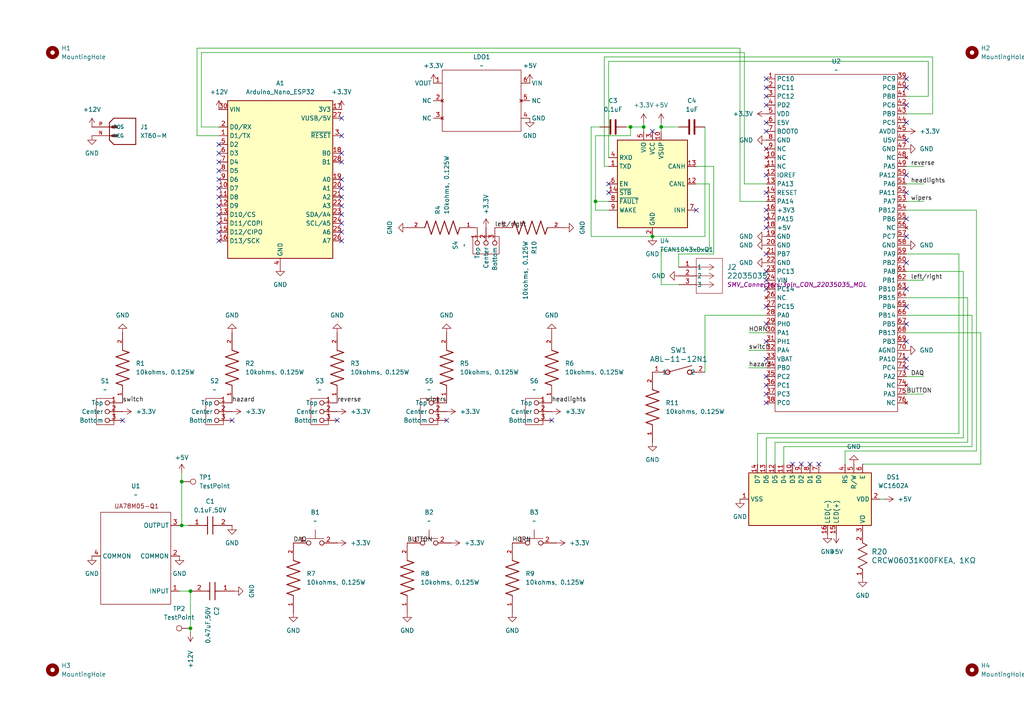
<source format=kicad_sch>
(kicad_sch (version 20250114) (generator "eeschema") (generator_version "9.0")
  (paper "A4")
  (lib_symbols
    (symbol "Connector:TestPoint" (pin_numbers (hide yes)) (pin_names (offset 0.762) (hide yes))
      (property "Reference" "TP" (at 0 6.858 0))
      (property "Value" "TestPoint" (at 0 5.08 0))
      (symbol "TestPoint_1_1"
        (pin passive line (at 0 0 90) (length 2.54) (name "1") (number "1"))
      )
    )
    (symbol "Device:C" (pin_numbers (hide yes)) (pin_names (offset 0.254))
      (property "Reference" "C" (at 0.635 2.54 0))
      (property "Value" "C" (at 0.635 -2.54 0))
      (symbol "C_1_1"
        (pin passive line (at 0 3.81 270) (length 2.794) (name "~") (number "1"))
        (pin passive line (at 0 -3.81 90) (length 2.794) (name "~") (number "2"))
      )
    )
    (symbol "Display_Character:WC1602A"
      (property "Reference" "DS" (at -5.842 19.05 0))
      (property "Value" "WC1602A" (at 5.334 19.05 0))
      (symbol "WC1602A_1_1"
        (pin input line (at -10.16 15.24 0) (length 2.54) (name "E") (number "6"))
        (pin input line (at -10.16 12.7 0) (length 2.54) (name "R/W") (number "5"))
        (pin input line (at -10.16 10.16 0) (length 2.54) (name "RS") (number "4"))
        (pin input line (at -10.16 2.54 0) (length 2.54) (name "D0") (number "7"))
        (pin input line (at -10.16 0 0) (length 2.54) (name "D1") (number "8"))
        (pin input line (at -10.16 -2.54 0) (length 2.54) (name "D2") (number "9"))
        (pin input line (at -10.16 -5.08 0) (length 2.54) (name "D3") (number "10"))
        (pin input line (at -10.16 -7.62 0) (length 2.54) (name "D4") (number "11"))
        (pin input line (at -10.16 -10.16 0) (length 2.54) (name "D5") (number "12"))
        (pin input line (at -10.16 -12.7 0) (length 2.54) (name "D6") (number "13"))
        (pin input line (at -10.16 -15.24 0) (length 2.54) (name "D7") (number "14"))
        (pin power_in line (at 0 20.32 270) (length 2.54) (name "VDD") (number "2"))
        (pin power_in line (at 0 -20.32 90) (length 2.54) (name "VSS") (number "1"))
        (pin input line (at 10.16 15.24 180) (length 2.54) (name "VO") (number "3"))
        (pin power_in line (at 10.16 7.62 180) (length 2.54) (name "LED(+)") (number "15"))
        (pin power_in line (at 10.16 5.08 180) (length 2.54) (name "LED(-)") (number "16"))
      )
    )
    (symbol "Interface_CAN_LIN:TCAN1043xDxQ1"
      (property "Reference" "U" (at -10.16 13.97 0))
      (property "Value" "TCAN1043xDxQ1" (at 3.81 13.97 0))
      (symbol "TCAN1043xDxQ1_1_1"
        (pin output line (at -12.7 7.62 0) (length 2.54) (name "RXD") (number "4"))
        (pin input line (at -12.7 5.08 0) (length 2.54) (name "TXD") (number "1"))
        (pin input line (at -12.7 0 0) (length 2.54) (name "EN") (number "6"))
        (pin input line (at -12.7 -2.54 0) (length 2.54) (name "~{STB}") (number "14"))
        (pin output line (at -12.7 -5.08 0) (length 2.54) (name "~{FAULT}") (number "8"))
        (pin input line (at -12.7 -7.62 0) (length 2.54) (name "WAKE") (number "9"))
        (pin power_in line (at -2.54 15.24 270) (length 2.54) (name "VIO") (number "5"))
        (pin power_in line (at 0 15.24 270) (length 2.54) (name "VCC") (number "3"))
        (pin power_in line (at 0 -15.24 90) (length 2.54) (name "GND") (number "2"))
        (pin power_in line (at 2.54 15.24 270) (length 2.54) (name "VSUP") (number "10"))
        (pin no_connect line (at 10.16 -10.16 180) (length 2.54) (hide yes) (name "NC") (number "11"))
        (pin bidirectional line (at 12.7 5.08 180) (length 2.54) (name "CANH") (number "13"))
        (pin bidirectional line (at 12.7 0 180) (length 2.54) (name "CANL") (number "12"))
        (pin open_emitter line (at 12.7 -7.62 180) (length 2.54) (name "INH") (number "7"))
      )
    )
    (symbol "MCU_Module:Arduino_Nano_ESP32"
      (property "Reference" "A" (at -14.986 23.622 0))
      (property "Value" "Arduino_Nano_ESP32" (at 3.81 -25.654 0))
      (symbol "Arduino_Nano_ESP32_1_1"
        (pin power_in line (at -17.78 20.32 0) (length 2.54) (name "VIN") (number "30"))
        (pin bidirectional line (at -17.78 15.24 0) (length 2.54) (name "D0/RX") (number "2"))
        (pin bidirectional line (at -17.78 12.7 0) (length 2.54) (name "D1/TX") (number "1"))
        (pin bidirectional line (at -17.78 10.16 0) (length 2.54) (name "D2") (number "5"))
        (pin bidirectional line (at -17.78 7.62 0) (length 2.54) (name "D3") (number "6"))
        (pin bidirectional line (at -17.78 5.08 0) (length 2.54) (name "D4") (number "7"))
        (pin bidirectional line (at -17.78 2.54 0) (length 2.54) (name "D5") (number "8"))
        (pin bidirectional line (at -17.78 0 0) (length 2.54) (name "D6") (number "9"))
        (pin bidirectional line (at -17.78 -2.54 0) (length 2.54) (name "D7") (number "10"))
        (pin bidirectional line (at -17.78 -5.08 0) (length 2.54) (name "D8") (number "11"))
        (pin bidirectional line (at -17.78 -7.62 0) (length 2.54) (name "D9") (number "12"))
        (pin bidirectional line (at -17.78 -10.16 0) (length 2.54) (name "D10/CS") (number "13"))
        (pin bidirectional line (at -17.78 -12.7 0) (length 2.54) (name "D11/COPI") (number "14"))
        (pin bidirectional line (at -17.78 -15.24 0) (length 2.54) (name "D12/CIPO") (number "15"))
        (pin bidirectional line (at -17.78 -17.78 0) (length 2.54) (name "D13/SCK") (number "16"))
        (pin passive line (at 0 -25.4 90) (length 2.54) (hide yes) (name "GND") (number "29"))
        (pin power_in line (at 0 -25.4 90) (length 2.54) (name "GND") (number "4"))
        (pin power_out line (at 17.78 20.32 180) (length 2.54) (name "3V3") (number "17"))
        (pin power_out line (at 17.78 17.78 180) (length 2.54) (name "VUSB/5V") (number "27"))
        (pin input line (at 17.78 12.7 180) (length 2.54) (name "~{RESET}") (number "3"))
        (pin bidirectional line (at 17.78 7.62 180) (length 2.54) (name "B0") (number "18"))
        (pin bidirectional line (at 17.78 5.08 180) (length 2.54) (name "B1") (number "28"))
        (pin bidirectional line (at 17.78 0 180) (length 2.54) (name "A0") (number "19"))
        (pin bidirectional line (at 17.78 -2.54 180) (length 2.54) (name "A1") (number "20"))
        (pin bidirectional line (at 17.78 -5.08 180) (length 2.54) (name "A2") (number "21"))
        (pin bidirectional line (at 17.78 -7.62 180) (length 2.54) (name "A3") (number "22"))
        (pin bidirectional line (at 17.78 -10.16 180) (length 2.54) (name "SDA/A4") (number "23"))
        (pin bidirectional line (at 17.78 -12.7 180) (length 2.54) (name "SCL/A5") (number "24"))
        (pin bidirectional line (at 17.78 -15.24 180) (length 2.54) (name "A6") (number "25"))
        (pin bidirectional line (at 17.78 -17.78 180) (length 2.54) (name "A7") (number "26"))
      )
    )
    (symbol "Mechanical:MountingHole" (pin_names (offset 1.016)) (in_bom no)
      (property "Reference" "H" (at 0 5.08 0))
      (property "Value" "MountingHole" (at 0 3.175 0))
    )
    (symbol "SMV_Custom:3-pin Mini Molex Spox" (pin_names (offset 0.254))
      (property "Reference" "J" (at 8.89 6.35 0))
      (property "Value" "22035035" (at -3.81 3.81 0))
      (property "Footprint" "SMV_Connectors:3pin_CON_22035035_MOL" (at 0 0 0))
      (symbol "3-pin Mini Molex Spox_1_1"
        (pin unspecified line (at 0 0 0) (length 5.08) (name "1") (number "1"))
        (pin unspecified line (at 0 -2.54 0) (length 5.08) (name "2") (number "2"))
        (pin unspecified line (at 0 -5.08 0) (length 5.08) (name "3") (number "3"))
      )
      (symbol "3-pin Mini Molex Spox_1_2"
        (pin unspecified line (at 0 0 0) (length 5.08) (name "1") (number "1"))
        (pin unspecified line (at 0 -2.54 0) (length 5.08) (name "2") (number "2"))
        (pin unspecified line (at 0 -5.08 0) (length 5.08) (name "3") (number "3"))
      )
    )
    (symbol "SMV_Custom:A8L-11-12N1" (pin_names (offset 0.254))
      (property "Reference" "SW" (at 7.62 3.81 0))
      (property "Value" "A8L-11-12N1" (at 0 0 0))
      (symbol "A8L-11-12N1_0_1"
        (pin passive line (at 0 0 0) (length 2.54) (name "1") (number "1"))
      )
      (symbol "A8L-11-12N1_1_1"
        (pin passive line (at 15.24 0 180) (length 2.54) (name "2") (number "2"))
      )
    )
    (symbol "SMV_Custom:AP7387-50FDCR-7"
      (property "Reference" "LDO" (at 0 0 0))
      (symbol "AP7387-50FDCR-7_1_1"
        (pin power_out line (at -11.43 5.08 180) (length 2.54) (name "VOUT") (number "1"))
        (pin no_connect line (at -11.43 0 180) (length 2.54) (name "NC") (number "2"))
        (pin no_connect line (at -11.43 -5.08 180) (length 2.54) (name "NC") (number "3"))
        (pin power_in line (at 11.43 5.08 0) (length 2.54) (name "VIN") (number "6"))
        (pin no_connect line (at 11.43 0 0) (length 2.54) (name "NC") (number "5"))
        (pin power_out line (at 11.43 -5.08 0) (length 2.54) (name "GND") (number "4"))
      )
    )
    (symbol "SMV_Custom:C0805C104K5RACTU" (pin_names (hide yes))
      (property "Reference" "C" (at 5.588 4.572 0))
      (property "Value" "0.1uF,50V" (at 8.89 3.81 0))
      (symbol "C0805C104K5RACTU_1_1"
        (pin passive line (at 0 0 0) (length 5.08) (name "1") (number "1"))
        (pin passive line (at 12.7 0 180) (length 5.08) (name "2") (number "2"))
      )
    )
    (symbol "SMV_Custom:C0805C334K5RACTU" (pin_names (hide yes))
      (property "Reference" "C" (at 8.89 6.35 0))
      (property "Value" "0.33uF,50V" (at 8.89 3.81 0))
      (symbol "C0805C334K5RACTU_1_1"
        (pin passive line (at 0 0 0) (length 5.08) (name "1") (number "1"))
        (pin passive line (at 12.7 0 180) (length 5.08) (name "2") (number "2"))
      )
    )
    (symbol "SMV_Custom:CRCW06031K00FKEA" (pin_names (offset 0.254))
      (property "Reference" "R" (at 5.715 3.81 0))
      (property "Value" "CRCW06031K00FKEA, 1KΩ" (at 6.35 -3.81 0))
      (symbol "CRCW06031K00FKEA_1_1"
        (pin passive line (at 0 0 0) (length 2.54) (name "") (number "2"))
        (pin passive line (at 12.7 0 180) (length 2.54) (name "") (number "1"))
      )
      (symbol "CRCW06031K00FKEA_1_2"
        (pin unspecified line (at 0 12.7 270) (length 2.54) (name "") (number "1"))
        (pin unspecified line (at 0 0 90) (length 2.54) (name "") (number "2"))
      )
    )
    (symbol "SMV_Custom:CRCW080510K0FKEAC" (pin_names (offset 1.016))
      (property "Reference" "R" (at -0.508 3.81 0))
      (property "Value" "10kohms, 0.125W" (at -7.63 -5.0866 0))
      (symbol "CRCW080510K0FKEAC_0_0"
        (pin passive line (at -10.16 0 0) (length 5.08) (name "~") (number "1"))
        (pin passive line (at 10.16 0 180) (length 5.08) (name "~") (number "2"))
      )
    )
    (symbol "SMV_Custom:STM32_Nucleo_F446RE"
      (property "Reference" "U" (at 0 0 0))
      (symbol "STM32_Nucleo_F446RE_1_1"
        (pin bidirectional line (at -20.32 -2.54 0) (length 2.54) (name "PC10") (number "1"))
        (pin bidirectional line (at -20.32 -5.08 0) (length 2.54) (name "PC11") (number "2"))
        (pin bidirectional line (at -20.32 -7.62 0) (length 2.54) (name "PC12") (number "3"))
        (pin bidirectional line (at -20.32 -10.16 0) (length 2.54) (name "PD2") (number "4"))
        (pin power_in line (at -20.32 -12.7 0) (length 2.54) (name "VDD") (number "5"))
        (pin power_in line (at -20.32 -15.24 0) (length 2.54) (name "E5V") (number "6"))
        (pin input line (at -20.32 -17.78 0) (length 2.54) (name "BOOT0") (number "7"))
        (pin power_in line (at -20.32 -20.32 0) (length 2.54) (name "GND") (number "8"))
        (pin no_connect line (at -20.32 -22.86 0) (length 2.54) (name "NC") (number "9"))
        (pin no_connect line (at -20.32 -25.4 0) (length 2.54) (name "NC") (number "10"))
        (pin no_connect line (at -20.32 -27.94 0) (length 2.54) (name "NC") (number "11"))
        (pin input line (at -20.32 -30.48 0) (length 2.54) (name "IOREF") (number "12"))
        (pin bidirectional line (at -20.32 -33.02 0) (length 2.54) (name "PA13") (number "13"))
        (pin input line (at -20.32 -35.56 0) (length 2.54) (name "RESET") (number "14"))
        (pin bidirectional line (at -20.32 -38.1 0) (length 2.54) (name "PA14") (number "15"))
        (pin power_in line (at -20.32 -40.64 0) (length 2.54) (name "+3V3") (number "16"))
        (pin bidirectional line (at -20.32 -43.18 0) (length 2.54) (name "PA15") (number "17"))
        (pin power_in line (at -20.32 -45.72 0) (length 2.54) (name "+5V") (number "18"))
        (pin power_in line (at -20.32 -48.26 0) (length 2.54) (name "GND") (number "19"))
        (pin power_in line (at -20.32 -50.8 0) (length 2.54) (name "GND") (number "20"))
        (pin bidirectional line (at -20.32 -53.34 0) (length 2.54) (name "PB7") (number "21"))
        (pin power_in line (at -20.32 -55.88 0) (length 2.54) (name "GND") (number "22"))
        (pin bidirectional line (at -20.32 -58.42 0) (length 2.54) (name "PC13") (number "23"))
        (pin power_in line (at -20.32 -60.96 0) (length 2.54) (name "VIN") (number "24"))
        (pin bidirectional line (at -20.32 -63.5 0) (length 2.54) (name "PC14") (number "25"))
        (pin no_connect line (at -20.32 -66.04 0) (length 2.54) (name "NC") (number "26"))
        (pin bidirectional line (at -20.32 -68.58 0) (length 2.54) (name "PC15") (number "27"))
        (pin bidirectional line (at -20.32 -71.12 0) (length 2.54) (name "PA0") (number "28"))
        (pin bidirectional line (at -20.32 -73.66 0) (length 2.54) (name "PH0") (number "29"))
        (pin bidirectional line (at -20.32 -76.2 0) (length 2.54) (name "PA1") (number "30"))
        (pin bidirectional line (at -20.32 -78.74 0) (length 2.54) (name "PH1") (number "31"))
        (pin bidirectional line (at -20.32 -81.28 0) (length 2.54) (name "PA4") (number "32"))
        (pin power_in line (at -20.32 -83.82 0) (length 2.54) (name "VBAT") (number "33"))
        (pin bidirectional line (at -20.32 -86.36 0) (length 2.54) (name "PB0") (number "34"))
        (pin bidirectional line (at -20.32 -88.9 0) (length 2.54) (name "PC2") (number "35"))
        (pin bidirectional line (at -20.32 -91.44 0) (length 2.54) (name "PC1") (number "36"))
        (pin bidirectional line (at -20.32 -93.98 0) (length 2.54) (name "PC3") (number "37"))
        (pin bidirectional line (at -20.32 -96.52 0) (length 2.54) (name "PC0") (number "38"))
        (pin bidirectional line (at 20.32 -2.54 180) (length 2.54) (name "PC9") (number "39"))
        (pin bidirectional line (at 20.32 -5.08 180) (length 2.54) (name "PC8") (number "40"))
        (pin bidirectional line (at 20.32 -7.62 180) (length 2.54) (name "PB8") (number "41"))
        (pin bidirectional line (at 20.32 -10.16 180) (length 2.54) (name "PC6") (number "42"))
        (pin bidirectional line (at 20.32 -12.7 180) (length 2.54) (name "PB9") (number "43"))
        (pin bidirectional line (at 20.32 -15.24 180) (length 2.54) (name "PC5") (number "44"))
        (pin power_in line (at 20.32 -17.78 180) (length 2.54) (name "AVDD") (number "45"))
        (pin power_in line (at 20.32 -20.32 180) (length 2.54) (name "U5V") (number "46"))
        (pin power_in line (at 20.32 -22.86 180) (length 2.54) (name "GND") (number "47"))
        (pin no_connect line (at 20.32 -25.4 180) (length 2.54) (name "NC") (number "48"))
        (pin bidirectional line (at 20.32 -27.94 180) (length 2.54) (name "PA5") (number "49"))
        (pin bidirectional line (at 20.32 -30.48 180) (length 2.54) (name "PA12") (number "50"))
        (pin bidirectional line (at 20.32 -33.02 180) (length 2.54) (name "PA6") (number "51"))
        (pin bidirectional line (at 20.32 -35.56 180) (length 2.54) (name "PA11") (number "52"))
        (pin bidirectional line (at 20.32 -38.1 180) (length 2.54) (name "PA7") (number "53"))
        (pin bidirectional line (at 20.32 -40.64 180) (length 2.54) (name "PB12") (number "54"))
        (pin bidirectional line (at 20.32 -43.18 180) (length 2.54) (name "PB6") (number "55"))
        (pin no_connect line (at 20.32 -45.72 180) (length 2.54) (name "NC") (number "56"))
        (pin bidirectional line (at 20.32 -48.26 180) (length 2.54) (name "PC7") (number "57"))
        (pin power_in line (at 20.32 -50.8 180) (length 2.54) (name "GND") (number "58"))
        (pin bidirectional line (at 20.32 -53.34 180) (length 2.54) (name "PA9") (number "59"))
        (pin bidirectional line (at 20.32 -55.88 180) (length 2.54) (name "PB2") (number "60"))
        (pin bidirectional line (at 20.32 -58.42 180) (length 2.54) (name "PA8") (number "61"))
        (pin bidirectional line (at 20.32 -60.96 180) (length 2.54) (name "PB1") (number "62"))
        (pin bidirectional line (at 20.32 -63.5 180) (length 2.54) (name "PB10") (number "63"))
        (pin bidirectional line (at 20.32 -66.04 180) (length 2.54) (name "PB15") (number "64"))
        (pin bidirectional line (at 20.32 -68.58 180) (length 2.54) (name "PB4") (number "65"))
        (pin bidirectional line (at 20.32 -71.12 180) (length 2.54) (name "PB14") (number "66"))
        (pin bidirectional line (at 20.32 -73.66 180) (length 2.54) (name "PB5") (number "67"))
        (pin bidirectional line (at 20.32 -76.2 180) (length 2.54) (name "PB13") (number "68"))
        (pin bidirectional line (at 20.32 -78.74 180) (length 2.54) (name "PB3") (number "69"))
        (pin power_in line (at 20.32 -81.28 180) (length 2.54) (name "AGND") (number "70"))
        (pin bidirectional line (at 20.32 -83.82 180) (length 2.54) (name "PA10") (number "71"))
        (pin bidirectional line (at 20.32 -86.36 180) (length 2.54) (name "PC4") (number "72"))
        (pin bidirectional line (at 20.32 -88.9 180) (length 2.54) (name "PA2") (number "73"))
        (pin no_connect line (at 20.32 -91.44 180) (length 2.54) (name "NC") (number "74"))
        (pin bidirectional line (at 20.32 -93.98 180) (length 2.54) (name "PA3") (number "75"))
        (pin no_connect line (at 20.32 -96.52 180) (length 2.54) (name "NC") (number "76"))
      )
    )
    (symbol "SMV_Custom:TAISS_3_Pin_Switch"
      (property "Reference" "S" (at 0 6.096 0))
      (symbol "TAISS_3_Pin_Switch_1_0"
        (pin passive inverted (at 5.08 3.81 180) (length 5.08) (name "Top") (number "1"))
        (pin passive inverted (at 5.08 1.27 180) (length 5.08) (name "Center") (number "2"))
        (pin passive inverted (at 5.08 -1.27 180) (length 5.08) (name "Bottom") (number "3"))
      )
    )
    (symbol "SMV_Custom:Twidec_Button"
      (property "Reference" "B" (at 0 3.556 0))
      (symbol "Twidec_Button_1_0"
        (pin passive inverted (at -6.35 -2.54 0) (length 5.08) (name "1") (number "1"))
        (pin passive inverted (at 6.35 -2.54 180) (length 5.08) (name "2") (number "2"))
      )
    )
    (symbol "SMV_Custom:UA78M05-Q1"
      (property "Reference" "U" (at 0 3.302 0))
      (symbol "UA78M05-Q1_1_1"
        (text "UA78M05-Q1" (at 0.254 0.508 0) (effects (font (size 1.27 1.27))))
        (pin power_in line (at -12.7 -13.97 0) (length 2.54) (name "COMMON") (number "4"))
        (pin power_out line (at 12.7 -5.08 180) (length 2.54) (name "OUTPUT") (number "3"))
        (pin power_in line (at 12.7 -13.97 180) (length 2.54) (name "COMMON") (number "2"))
        (pin power_in line (at 12.7 -24.13 180) (length 2.54) (name "INPUT") (number "1"))
      )
    )
    (symbol "SMV_Custom:XT60-M" (pin_names (offset 1.016))
      (property "Reference" "J" (at 0 6.35 0))
      (property "Value" "XT60-M" (at 0 -5.08 0))
      (symbol "XT60-M_0_0"
        (pin passive line (at -5.08 2.54 0) (length 5.08) (name "POS") (number "P"))
        (pin passive line (at -5.08 0 0) (length 5.08) (name "NEG") (number "N"))
      )
    )
    (symbol "power:+12V" (power) (pin_numbers (hide yes)) (pin_names (offset 0) (hide yes))
      (property "Value" "+12V" (at 0 3.556 0))
      (symbol "+12V_1_1"
        (pin power_in line (at 0 0 90) (length 0) (name "~") (number "1"))
      )
    )
    (symbol "power:+3.3V" (power) (pin_numbers (hide yes)) (pin_names (offset 0) (hide yes))
      (property "Value" "+3.3V" (at 0 3.556 0))
      (symbol "+3.3V_1_1"
        (pin power_in line (at 0 0 90) (length 0) (name "~") (number "1"))
      )
    )
    (symbol "power:+5V" (power) (pin_numbers (hide yes)) (pin_names (offset 0) (hide yes))
      (property "Value" "+5V" (at 0 3.556 0))
      (symbol "+5V_1_1"
        (pin power_in line (at 0 0 90) (length 0) (name "~") (number "1"))
      )
    )
    (symbol "power:GND" (power) (pin_numbers (hide yes)) (pin_names (offset 0) (hide yes))
      (property "Value" "GND" (at 0 -3.81 0))
      (symbol "GND_1_1"
        (pin power_in line (at 0 0 270) (length 0) (name "~") (number "1"))
      )
    )
  )
  (junction (at 52.705 139.7))
  (junction (at 55.245 182.245))
  (junction (at 182.88 36.83))
  (junction (at 191.77 36.83))
  (junction (at 172.72 58.42))
  (junction (at 55.245 171.45))
  (junction (at 189.23 68.58))
  (junction (at 186.69 36.83))
  (junction (at 52.705 152.4))
  (no_connect (at 99.06 54.61))
  (no_connect (at 63.5 46.99))
  (no_connect (at 222.25 109.22))
  (no_connect (at 262.89 83.82))
  (no_connect (at 222.25 27.94))
  (no_connect (at 63.5 57.15))
  (no_connect (at 222.25 81.28))
  (no_connect (at 189.23 38.1))
  (no_connect (at 63.5 59.69))
  (no_connect (at 222.25 104.14))
  (no_connect (at 63.5 41.91))
  (no_connect (at 99.06 67.31))
  (no_connect (at 99.06 62.23))
  (no_connect (at 222.25 73.66))
  (no_connect (at 222.25 93.98))
  (no_connect (at 63.5 69.85))
  (no_connect (at 222.25 83.82))
  (no_connect (at 262.89 22.86))
  (no_connect (at 262.89 93.98))
  (no_connect (at 222.25 38.1))
  (no_connect (at 222.25 63.5))
  (no_connect (at 262.89 63.5))
  (no_connect (at 262.89 68.58))
  (no_connect (at 222.25 66.04))
  (no_connect (at 234.95 134.62))
  (no_connect (at 222.25 60.96))
  (no_connect (at 63.5 52.07))
  (no_connect (at 63.5 67.31))
  (no_connect (at 99.06 64.77))
  (no_connect (at 99.06 34.29))
  (no_connect (at 222.25 50.8))
  (no_connect (at 232.41 134.62))
  (no_connect (at 222.25 111.76))
  (no_connect (at 63.5 54.61))
  (no_connect (at 262.89 55.88))
  (no_connect (at 63.5 62.23))
  (no_connect (at 222.25 35.56))
  (no_connect (at 222.25 116.84))
  (no_connect (at 222.25 22.86))
  (no_connect (at 262.89 40.64))
  (no_connect (at 262.89 99.06))
  (no_connect (at 229.87 134.62))
  (no_connect (at 201.93 60.96))
  (no_connect (at 222.25 114.3))
  (no_connect (at 97.79 121.92))
  (no_connect (at 99.06 46.99))
  (no_connect (at 99.06 52.07))
  (no_connect (at 99.06 44.45))
  (no_connect (at 222.25 25.4))
  (no_connect (at 222.25 99.06))
  (no_connect (at 99.06 39.37))
  (no_connect (at 67.31 121.92))
  (no_connect (at 99.06 57.15))
  (no_connect (at 262.89 30.48))
  (no_connect (at 63.5 44.45))
  (no_connect (at 176.53 55.88))
  (no_connect (at 129.54 121.92))
  (no_connect (at 63.5 49.53))
  (no_connect (at 222.25 30.48))
  (no_connect (at 99.06 59.69))
  (no_connect (at 160.02 121.92))
  (no_connect (at 35.56 121.92))
  (no_connect (at 262.89 50.8))
  (no_connect (at 222.25 88.9))
  (no_connect (at 176.53 53.34))
  (no_connect (at 63.5 64.77))
  (no_connect (at 262.89 88.9))
  (no_connect (at 262.89 25.4))
  (no_connect (at 222.25 55.88))
  (no_connect (at 222.25 78.74))
  (no_connect (at 262.89 104.14))
  (no_connect (at 262.89 35.56))
  (no_connect (at 262.89 76.2))
  (no_connect (at 99.06 69.85))
  (no_connect (at 222.25 43.18))
  (no_connect (at 237.49 134.62))
  (no_connect (at 262.89 106.68))
  (wire (pts (xy 262.89 33.02) (xy 270.51 33.02)))
  (wire (pts (xy 204.47 91.44) (xy 204.47 107.95)))
  (wire (pts (xy 58.42 36.83) (xy 58.42 15.24)))
  (wire (pts (xy 222.25 127) (xy 279.4 127)))
  (wire (pts (xy 224.79 128.27) (xy 280.67 128.27)))
  (wire (pts (xy 262.89 86.36) (xy 280.67 86.36)))
  (wire (pts (xy 205.74 53.34) (xy 201.93 53.34)))
  (wire (pts (xy 214.63 58.42) (xy 222.25 58.42)))
  (wire (pts (xy 262.89 48.26) (xy 267.97 48.26)))
  (wire (pts (xy 270.51 33.02) (xy 270.51 16.51)))
  (wire (pts (xy 63.5 36.83) (xy 58.42 36.83)))
  (wire (pts (xy 171.45 68.58) (xy 189.23 68.58)))
  (wire (pts (xy 262.89 58.42) (xy 267.97 58.42)))
  (wire (pts (xy 172.72 58.42) (xy 176.53 58.42)))
  (wire (pts (xy 224.79 134.62) (xy 224.79 128.27)))
  (wire (pts (xy 278.13 125.73) (xy 278.13 73.66)))
  (wire (pts (xy 196.85 82.55) (xy 191.77 82.55)))
  (wire (pts (xy 182.88 36.83) (xy 186.69 36.83)))
  (wire (pts (xy 205.74 72.39) (xy 205.74 53.34)))
  (wire (pts (xy 196.85 36.83) (xy 191.77 36.83)))
  (wire (pts (xy 176.53 17.78) (xy 176.53 45.72)))
  (wire (pts (xy 219.71 125.73) (xy 278.13 125.73)))
  (wire (pts (xy 52.07 171.45) (xy 55.245 171.45)))
  (wire (pts (xy 270.51 16.51) (xy 175.26 16.51)))
  (wire (pts (xy 245.11 134.62) (xy 245.11 130.81)))
  (wire (pts (xy 219.71 134.62) (xy 219.71 125.73)))
  (wire (pts (xy 227.33 129.54) (xy 281.94 129.54)))
  (wire (pts (xy 57.15 13.97) (xy 214.63 13.97)))
  (wire (pts (xy 262.89 27.94) (xy 269.24 27.94)))
  (wire (pts (xy 262.89 81.28) (xy 267.97 81.28)))
  (wire (pts (xy 284.48 134.62) (xy 250.19 134.62)))
  (wire (pts (xy 52.705 137.16) (xy 52.705 139.7)))
  (wire (pts (xy 214.63 13.97) (xy 214.63 58.42)))
  (wire (pts (xy 172.72 39.37) (xy 182.88 39.37)))
  (wire (pts (xy 281.94 129.54) (xy 281.94 91.44)))
  (wire (pts (xy 153.67 24.13) (xy 151.13 24.13)))
  (wire (pts (xy 196.85 73.66) (xy 196.85 77.47)))
  (wire (pts (xy 201.93 48.26) (xy 207.01 48.26)))
  (wire (pts (xy 186.69 36.83) (xy 186.69 38.1)))
  (wire (pts (xy 262.89 114.3) (xy 267.97 114.3)))
  (wire (pts (xy 278.13 73.66) (xy 262.89 73.66)))
  (wire (pts (xy 181.61 36.83) (xy 182.88 36.83)))
  (wire (pts (xy 255.27 144.78) (xy 256.54 144.78)))
  (wire (pts (xy 191.77 82.55) (xy 191.77 72.39)))
  (wire (pts (xy 245.11 130.81) (xy 283.21 130.81)))
  (wire (pts (xy 55.245 171.45) (xy 55.245 182.245)))
  (wire (pts (xy 191.77 36.83) (xy 191.77 38.1)))
  (wire (pts (xy 125.73 24.13) (xy 128.27 24.13)))
  (wire (pts (xy 215.9 15.24) (xy 215.9 53.34)))
  (wire (pts (xy 55.245 182.245) (xy 55.245 183.515)))
  (wire (pts (xy 153.67 34.29) (xy 151.13 34.29)))
  (wire (pts (xy 175.26 16.51) (xy 175.26 48.26)))
  (wire (pts (xy 171.45 36.83) (xy 171.45 68.58)))
  (wire (pts (xy 280.67 128.27) (xy 280.67 86.36)))
  (wire (pts (xy 279.4 127) (xy 279.4 78.74)))
  (wire (pts (xy 217.17 101.6) (xy 222.25 101.6)))
  (wire (pts (xy 284.48 96.52) (xy 284.48 134.62)))
  (wire (pts (xy 227.33 134.62) (xy 227.33 129.54)))
  (wire (pts (xy 189.23 68.58) (xy 204.47 68.58)))
  (wire (pts (xy 175.26 48.26) (xy 176.53 48.26)))
  (wire (pts (xy 215.9 53.34) (xy 222.25 53.34)))
  (wire (pts (xy 207.01 48.26) (xy 207.01 73.66)))
  (wire (pts (xy 262.89 109.22) (xy 267.97 109.22)))
  (wire (pts (xy 204.47 91.44) (xy 222.25 91.44)))
  (wire (pts (xy 269.24 17.78) (xy 176.53 17.78)))
  (wire (pts (xy 269.24 27.94) (xy 269.24 17.78)))
  (wire (pts (xy 207.01 73.66) (xy 196.85 73.66)))
  (wire (pts (xy 173.99 36.83) (xy 171.45 36.83)))
  (wire (pts (xy 191.77 35.56) (xy 191.77 36.83)))
  (wire (pts (xy 217.17 96.52) (xy 222.25 96.52)))
  (wire (pts (xy 281.94 91.44) (xy 262.89 91.44)))
  (wire (pts (xy 58.42 15.24) (xy 215.9 15.24)))
  (wire (pts (xy 182.88 39.37) (xy 182.88 36.83)))
  (wire (pts (xy 52.705 139.7) (xy 52.705 152.4)))
  (wire (pts (xy 283.21 60.96) (xy 262.89 60.96)))
  (wire (pts (xy 191.77 72.39) (xy 205.74 72.39)))
  (wire (pts (xy 262.89 96.52) (xy 284.48 96.52)))
  (wire (pts (xy 172.72 60.96) (xy 176.53 60.96)))
  (wire (pts (xy 63.5 39.37) (xy 57.15 39.37)))
  (wire (pts (xy 217.17 106.68) (xy 222.25 106.68)))
  (wire (pts (xy 52.705 152.4) (xy 54.61 152.4)))
  (wire (pts (xy 57.15 39.37) (xy 57.15 13.97)))
  (wire (pts (xy 222.25 134.62) (xy 222.25 127)))
  (wire (pts (xy 204.47 68.58) (xy 204.47 36.83)))
  (wire (pts (xy 52.07 152.4) (xy 52.705 152.4)))
  (wire (pts (xy 172.72 60.96) (xy 172.72 58.42)))
  (wire (pts (xy 172.72 39.37) (xy 172.72 58.42)))
  (wire (pts (xy 283.21 130.81) (xy 283.21 60.96)))
  (wire (pts (xy 262.89 53.34) (xy 267.97 53.34)))
  (wire (pts (xy 186.69 35.56) (xy 186.69 36.83)))
  (wire (pts (xy 279.4 78.74) (xy 262.89 78.74)))
  (label "hazard" (at 67.31 116.84 0))
  (label "DAQ" (at 264.16 109.22 0))
  (label "BUTTON" (at 118.11 157.48 0))
  (label "wipers" (at 129.54 116.84 180))
  (label "headlights" (at 264.16 53.34 0))
  (label "HORN" (at 217.17 96.52 0))
  (label "HORN" (at 148.59 157.48 0))
  (label "headlights" (at 160.02 116.84 0))
  (label "wipers" (at 264.16 58.42 0))
  (label "switch" (at 217.17 101.6 0))
  (label "reverse" (at 264.16 48.26 0))
  (label "left{slash}right" (at 143.51 66.04 0))
  (label "hazard" (at 217.17 106.68 0))
  (label "BUTTON" (at 262.89 114.3 0))
  (label "left{slash}right" (at 264.16 81.28 0))
  (label "DAQ" (at 85.09 157.48 0))
  (label "switch" (at 35.56 116.84 0))
  (label "reverse" (at 97.79 116.84 0))
  (symbol (lib_id "Interface_CAN_LIN:TCAN1043xDxQ1") (at 189.23 53.34 0) (unit 1)
    (property "Reference" "U4" (at 191.3733 69.85 0) (effects (justify left)))
    (property "Value" "TCAN1043xDxQ1" (at 191.3733 72.39 0) (effects (justify left)))
    (property "Footprint" "Package_SO:SOIC-14_3.9x8.7mm_P1.27mm" (effects (hide yes)))
    (property "Datasheet" "http://www.ti.com/lit/ds/symlink/tcan1043-q1.pdf" (effects (hide yes)))
    (property "Description" "High-speed CAN-FD Transceiver with Sleep Mode, SOIC-14" (effects (hide yes)))
  )
  (symbol (lib_id "SMV_Custom:CRCW080510K0FKEAC") (at 129.54 106.68 90) (unit 1)
    (property "Reference" "R5" (at 133.35 105.4099 90) (effects (justify right)))
    (property "Value" "10kohms, 0.125W" (at 133.35 107.9499 90) (effects (justify right)))
    (property "Footprint" "SMV_Passives:0805RESC2012X60N" (effects (hide yes)))
    (property "MF" "Vishay Dale" (effects (hide yes)))
    (property "Description_1" "\n                        \n                            10 kOhms ±1% 0.125W, 1/8W Chip Resistor 0805 (2012 Metric) - Thick Film\n                        \n" (effects (hide yes)))
    (property "Package" "2012 Vishay" (effects (hide yes)))
    (property "Price" "None" (effects (hide yes)))
    (property "SnapEDA_Link" "https://www.snapeda.com/parts/CRCW080510K0FKEAC/Vishay+Dale/view-part/?ref=snap" (effects (hide yes)))
    (property "MP" "CRCW080510K0FKEAC" (effects (hide yes)))
    (property "Availability" "In Stock" (effects (hide yes)))
    (property "Check_prices" "https://www.snapeda.com/parts/CRCW080510K0FKEAC/Vishay+Dale/view-part/?ref=eda" (effects (hide yes)))
  )
  (symbol (lib_id "power:+3.3V") (at 222.25 33.02 90) (unit 1)
    (property "Reference" "#PWR025" (effects (hide yes)))
    (property "Value" "+3.3V" (at 218.44 33.0199 90) (effects (justify left)))
    (property "Description" "Power symbol creates a global label with name \"+3.3V\"" (effects (hide yes)))
  )
  (symbol (lib_id "SMV_Custom:CRCW080510K0FKEAC") (at 148.59 167.64 90) (unit 1)
    (property "Reference" "R9" (at 152.4 166.3699 90) (effects (justify right)))
    (property "Value" "10kohms, 0.125W" (at 152.4 168.9099 90) (effects (justify right)))
    (property "Footprint" "SMV_Passives:0805RESC2012X60N" (effects (hide yes)))
    (property "MF" "Vishay Dale" (effects (hide yes)))
    (property "Description_1" "\n                        \n                            10 kOhms ±1% 0.125W, 1/8W Chip Resistor 0805 (2012 Metric) - Thick Film\n                        \n" (effects (hide yes)))
    (property "Package" "2012 Vishay" (effects (hide yes)))
    (property "Price" "None" (effects (hide yes)))
    (property "SnapEDA_Link" "https://www.snapeda.com/parts/CRCW080510K0FKEAC/Vishay+Dale/view-part/?ref=snap" (effects (hide yes)))
    (property "MP" "CRCW080510K0FKEAC" (effects (hide yes)))
    (property "Availability" "In Stock" (effects (hide yes)))
    (property "Check_prices" "https://www.snapeda.com/parts/CRCW080510K0FKEAC/Vishay+Dale/view-part/?ref=eda" (effects (hide yes)))
  )
  (symbol (lib_id "power:+3.3V") (at 186.69 35.56 0) (unit 1)
    (property "Reference" "#PWR024" (effects (hide yes)))
    (property "Value" "+3.3V" (at 186.69 30.48 0))
    (property "Description" "Power symbol creates a global label with name \"+3.3V\"" (effects (hide yes)))
  )
  (symbol (lib_id "power:GND") (at 148.59 177.8 0) (unit 1)
    (property "Reference" "#PWR03" (effects (hide yes)))
    (property "Value" "GND" (at 148.59 182.88 0))
    (property "Description" "Power symbol creates a global label with name \"GND\" , ground" (effects (hide yes)))
  )
  (symbol (lib_id "power:GND") (at 262.89 101.6 90) (unit 1)
    (property "Reference" "#PWR052" (effects (hide yes)))
    (property "Value" "GND" (at 266.7 101.5999 90) (effects (justify right)))
    (property "Description" "Power symbol creates a global label with name \"GND\" , ground" (effects (hide yes)))
  )
  (symbol (lib_id "power:GND") (at 262.89 43.18 90) (unit 1)
    (property "Reference" "#PWR047" (effects (hide yes)))
    (property "Value" "GND" (at 266.7 43.1799 90) (effects (justify right)))
    (property "Description" "Power symbol creates a global label with name \"GND\" , ground" (effects (hide yes)))
  )
  (symbol (lib_id "SMV_Custom:CRCW06031K00FKEA") (at 250.19 154.94 270) (unit 1)
    (property "Reference" "R20" (at 252.73 160.0199 90) (effects (font (size 1.524 1.524)) (justify left)))
    (property "Value" "CRCW06031K00FKEA, 1KΩ" (at 252.73 162.5599 90) (effects (font (size 1.524 1.524)) (justify left)))
    (property "Footprint" "SMV_Passives:0805RESC2012X60N" (effects (hide yes)))
    (property "Datasheet" "CRCW06031K00FKEA" (effects (hide yes)))
  )
  (symbol (lib_id "power:GND") (at 250.19 167.64 0) (unit 1)
    (property "Reference" "#PWR033" (effects (hide yes)))
    (property "Value" "GND" (at 250.19 172.72 0))
    (property "Description" "Power symbol creates a global label with name \"GND\" , ground" (effects (hide yes)))
  )
  (symbol (lib_id "power:+3.3V") (at 97.79 157.48 270) (unit 1)
    (property "Reference" "#PWR012" (effects (hide yes)))
    (property "Value" "+3.3V" (at 101.6 157.4799 90) (effects (justify left)))
    (property "Description" "Power symbol creates a global label with name \"+3.3V\"" (effects (hide yes)))
  )
  (symbol (lib_id "power:+3.3V") (at 97.79 119.38 270) (unit 1)
    (property "Reference" "#PWR017" (effects (hide yes)))
    (property "Value" "+3.3V" (at 101.6 119.3799 90) (effects (justify left)))
    (property "Description" "Power symbol creates a global label with name \"+3.3V\"" (effects (hide yes)))
  )
  (symbol (lib_id "power:GND") (at 97.79 96.52 0) (mirror x) (unit 1)
    (property "Reference" "#PWR06" (effects (hide yes)))
    (property "Value" "GND" (at 97.79 91.44 0))
    (property "Description" "Power symbol creates a global label with name \"GND\" , ground" (effects (hide yes)))
  )
  (symbol (lib_id "SMV_Custom:CRCW080510K0FKEAC") (at 97.79 106.68 90) (unit 1)
    (property "Reference" "R3" (at 101.6 105.4099 90) (effects (justify right)))
    (property "Value" "10kohms, 0.125W" (at 101.6 107.9499 90) (effects (justify right)))
    (property "Footprint" "SMV_Passives:0805RESC2012X60N" (effects (hide yes)))
    (property "MF" "Vishay Dale" (effects (hide yes)))
    (property "Description_1" "\n                        \n                            10 kOhms ±1% 0.125W, 1/8W Chip Resistor 0805 (2012 Metric) - Thick Film\n                        \n" (effects (hide yes)))
    (property "Package" "2012 Vishay" (effects (hide yes)))
    (property "Price" "None" (effects (hide yes)))
    (property "SnapEDA_Link" "https://www.snapeda.com/parts/CRCW080510K0FKEAC/Vishay+Dale/view-part/?ref=snap" (effects (hide yes)))
    (property "MP" "CRCW080510K0FKEAC" (effects (hide yes)))
    (property "Availability" "In Stock" (effects (hide yes)))
    (property "Check_prices" "https://www.snapeda.com/parts/CRCW080510K0FKEAC/Vishay+Dale/view-part/?ref=eda" (effects (hide yes)))
  )
  (symbol (lib_id "SMV_Custom:CRCW080510K0FKEAC") (at 85.09 167.64 90) (unit 1)
    (property "Reference" "R7" (at 88.9 166.3699 90) (effects (justify right)))
    (property "Value" "10kohms, 0.125W" (at 88.9 168.9099 90) (effects (justify right)))
    (property "Footprint" "SMV_Passives:0805RESC2012X60N" (effects (hide yes)))
    (property "MF" "Vishay Dale" (effects (hide yes)))
    (property "Description_1" "\n                        \n                            10 kOhms ±1% 0.125W, 1/8W Chip Resistor 0805 (2012 Metric) - Thick Film\n                        \n" (effects (hide yes)))
    (property "Package" "2012 Vishay" (effects (hide yes)))
    (property "Price" "None" (effects (hide yes)))
    (property "SnapEDA_Link" "https://www.snapeda.com/parts/CRCW080510K0FKEAC/Vishay+Dale/view-part/?ref=snap" (effects (hide yes)))
    (property "MP" "CRCW080510K0FKEAC" (effects (hide yes)))
    (property "Availability" "In Stock" (effects (hide yes)))
    (property "Check_prices" "https://www.snapeda.com/parts/CRCW080510K0FKEAC/Vishay+Dale/view-part/?ref=eda" (effects (hide yes)))
  )
  (symbol (lib_id "Mechanical:MountingHole") (at 281.94 15.24 0) (unit 1) (in_bom no)
    (property "Reference" "H2" (at 284.48 13.9699 0) (effects (justify left)))
    (property "Value" "MountingHole" (at 284.48 16.5099 0) (effects (justify left)))
    (property "Description" "Mounting Hole without connection" (effects (hide yes)))
  )
  (symbol (lib_id "SMV_Custom:C0805C334K5RACTU") (at 67.945 171.45 180) (unit 1)
    (property "Reference" "C2" (at 62.8651 175.895 90) (effects (justify left)))
    (property "Value" "0.47uF,50V" (at 60.3251 175.895 90) (effects (justify left)))
    (property "Footprint" "SMV_Passives:Cap0805" (effects (hide yes)))
    (property "Datasheet" "https://content.kemet.com/datasheets/KEM_C1002_X7R_SMD.pdf" (effects (hide yes)))
    (property "Description" "C2173145" (effects (hide yes)))
    (property "Height" "1.1" (effects (hide yes)))
    (property "Manufacturer_Name" "KEMET" (effects (hide yes)))
    (property "Manufacturer_Part_Number" "C0805C334K5RACTU" (effects (hide yes)))
    (property "Mouser Part Number" "80-C0805C334K5R" (effects (hide yes)))
    (property "Mouser Price/Stock" "https://www.mouser.co.uk/ProductDetail/KEMET/C0805C334K5RACTU?qs=nRD1PKnFC2Hh3tSy%2FGeH2Q%3D%3D" (effects (hide yes)))
    (property "Arrow Part Number" "C0805C334K5RACTU" (effects (hide yes)))
    (property "Arrow Price/Stock" "https://www.arrow.com/en/products/c0805c334k5ractu/kemet-corporation?region=nac" (effects (hide yes)))
  )
  (symbol (lib_id "power:GND") (at 26.67 161.29 0) (unit 1)
    (property "Reference" "#PWR022" (effects (hide yes)))
    (property "Value" "GND" (at 26.67 166.37 0))
    (property "Description" "Power symbol creates a global label with name \"GND\" , ground" (effects (hide yes)))
  )
  (symbol (lib_id "power:+3.3V") (at 67.31 119.38 270) (unit 1)
    (property "Reference" "#PWR016" (effects (hide yes)))
    (property "Value" "+3.3V" (at 71.12 119.3799 90) (effects (justify left)))
    (property "Description" "Power symbol creates a global label with name \"+3.3V\"" (effects (hide yes)))
  )
  (symbol (lib_id "power:GND") (at 160.02 96.52 180) (unit 1)
    (property "Reference" "#PWR07" (effects (hide yes)))
    (property "Value" "GND" (at 160.02 91.44 0))
    (property "Description" "Power symbol creates a global label with name \"GND\" , ground" (effects (hide yes)))
  )
  (symbol (lib_id "Mechanical:MountingHole") (at 15.24 194.31 0) (unit 1) (in_bom no)
    (property "Reference" "H3" (at 17.78 193.0399 0) (effects (justify left)))
    (property "Value" "MountingHole" (at 17.78 195.5799 0) (effects (justify left)))
    (property "Description" "Mounting Hole without connection" (effects (hide yes)))
  )
  (symbol (lib_id "SMV_Custom:UA78M05-Q1") (at 39.37 147.32 0) (unit 1)
    (property "Reference" "U1" (at 39.37 140.97 0))
    (property "Value" "~" (at 39.37 143.51 0))
  )
  (symbol (lib_id "power:GND") (at 222.25 68.58 270) (unit 1)
    (property "Reference" "#PWR049" (effects (hide yes)))
    (property "Value" "GND" (at 218.44 68.5799 90) (effects (justify right)))
    (property "Description" "Power symbol creates a global label with name \"GND\" , ground" (effects (hide yes)))
  )
  (symbol (lib_id "SMV_Custom:CRCW080510K0FKEAC") (at 67.31 106.68 90) (unit 1)
    (property "Reference" "R2" (at 71.12 105.4099 90) (effects (justify right)))
    (property "Value" "10kohms, 0.125W" (at 71.12 107.9499 90) (effects (justify right)))
    (property "Footprint" "SMV_Passives:0805RESC2012X60N" (effects (hide yes)))
    (property "MF" "Vishay Dale" (effects (hide yes)))
    (property "Description_1" "\n                        \n                            10 kOhms ±1% 0.125W, 1/8W Chip Resistor 0805 (2012 Metric) - Thick Film\n                        \n" (effects (hide yes)))
    (property "Package" "2012 Vishay" (effects (hide yes)))
    (property "Price" "None" (effects (hide yes)))
    (property "SnapEDA_Link" "https://www.snapeda.com/parts/CRCW080510K0FKEAC/Vishay+Dale/view-part/?ref=snap" (effects (hide yes)))
    (property "MP" "CRCW080510K0FKEAC" (effects (hide yes)))
    (property "Availability" "In Stock" (effects (hide yes)))
    (property "Check_prices" "https://www.snapeda.com/parts/CRCW080510K0FKEAC/Vishay+Dale/view-part/?ref=eda" (effects (hide yes)))
  )
  (symbol (lib_id "power:+3.3V") (at 160.02 119.38 270) (unit 1)
    (property "Reference" "#PWR018" (effects (hide yes)))
    (property "Value" "+3.3V" (at 163.83 119.3799 90) (effects (justify left)))
    (property "Description" "Power symbol creates a global label with name \"+3.3V\"" (effects (hide yes)))
  )
  (symbol (lib_id "power:+12V") (at 63.5 31.75 0) (unit 1)
    (property "Reference" "#PWR038" (effects (hide yes)))
    (property "Value" "+12V" (at 63.5 26.67 0))
    (property "Description" "Power symbol creates a global label with name \"+12V\"" (effects (hide yes)))
  )
  (symbol (lib_id "power:GND") (at 67.945 171.45 90) (unit 1)
    (property "Reference" "#PWR046" (effects (hide yes)))
    (property "Value" "GND" (at 73.025 171.45 0))
    (property "Description" "Power symbol creates a global label with name \"GND\" , ground" (effects (hide yes)))
  )
  (symbol (lib_id "power:GND") (at 222.25 71.12 270) (unit 1)
    (property "Reference" "#PWR050" (effects (hide yes)))
    (property "Value" "GND" (at 218.44 71.1199 90) (effects (justify right)))
    (property "Description" "Power symbol creates a global label with name \"GND\" , ground" (effects (hide yes)))
  )
  (symbol (lib_id "SMV_Custom:TAISS_3_Pin_Switch") (at 30.48 120.65 0) (unit 1)
    (property "Reference" "S1" (at 30.48 110.49 0))
    (property "Value" "~" (at 30.48 113.03 0))
    (property "Footprint" "SMV_Misc:TAISS 3 Pin Switch" (effects (hide yes)))
  )
  (symbol (lib_id "power:GND") (at 26.67 39.37 0) (unit 1)
    (property "Reference" "#PWR027" (effects (hide yes)))
    (property "Value" "GND" (at 26.67 44.45 0))
    (property "Description" "Power symbol creates a global label with name \"GND\" , ground" (effects (hide yes)))
  )
  (symbol (lib_id "power:GND") (at 189.23 128.27 0) (unit 1)
    (property "Reference" "#PWR011" (effects (hide yes)))
    (property "Value" "GND" (at 189.23 133.35 0))
    (property "Description" "Power symbol creates a global label with name \"GND\" , ground" (effects (hide yes)))
  )
  (symbol (lib_id "power:GND") (at 67.31 152.4 0) (unit 1)
    (property "Reference" "#PWR042" (effects (hide yes)))
    (property "Value" "GND" (at 67.31 157.48 0))
    (property "Description" "Power symbol creates a global label with name \"GND\" , ground" (effects (hide yes)))
  )
  (symbol (lib_id "power:+3.3V") (at 35.56 119.38 270) (unit 1)
    (property "Reference" "#PWR015" (effects (hide yes)))
    (property "Value" "+3.3V" (at 39.37 119.3799 90) (effects (justify left)))
    (property "Description" "Power symbol creates a global label with name \"+3.3V\"" (effects (hide yes)))
  )
  (symbol (lib_id "SMV_Custom:3-pin Mini Molex Spox") (at 196.85 77.47 0) (unit 1)
    (property "Reference" "J2" (at 210.82 77.4699 0) (effects (font (size 1.524 1.524)) (justify left)))
    (property "Value" "22035035" (at 210.82 80.0099 0) (effects (font (size 1.524 1.524)) (justify left)))
    (property "Footprint" "SMV_Connectors:3pin_CON_22035035_MOL" (at 210.82 82.5499 0) (effects (font (italic yes)) (justify left)))
    (property "Datasheet" "3-pin Mini Molex Spox" (effects (hide yes)))
  )
  (symbol (lib_id "SMV_Custom:TAISS_3_Pin_Switch") (at 142.24 71.12 90) (unit 1)
    (property "Reference" "S4" (at 132.08 71.12 0))
    (property "Value" "~" (at 134.62 71.12 0))
    (property "Footprint" "SMV_Misc:TAISS 3 Pin Switch" (effects (hide yes)))
  )
  (symbol (lib_id "SMV_Custom:TAISS_3_Pin_Switch") (at 92.71 120.65 0) (unit 1)
    (property "Reference" "S3" (at 92.71 110.49 0))
    (property "Value" "~" (at 92.71 113.03 0))
    (property "Footprint" "SMV_Misc:TAISS 3 Pin Switch" (effects (hide yes)))
  )
  (symbol (lib_id "power:GND") (at 240.03 154.94 0) (unit 1)
    (property "Reference" "#PWR036" (effects (hide yes)))
    (property "Value" "GND" (at 240.03 160.02 0))
    (property "Description" "Power symbol creates a global label with name \"GND\" , ground" (effects (hide yes)))
  )
  (symbol (lib_id "power:GND") (at 129.54 96.52 180) (unit 1)
    (property "Reference" "#PWR08" (effects (hide yes)))
    (property "Value" "GND" (at 129.54 91.44 0))
    (property "Description" "Power symbol creates a global label with name \"GND\" , ground" (effects (hide yes)))
  )
  (symbol (lib_id "power:GND") (at 118.11 177.8 0) (unit 1)
    (property "Reference" "#PWR02" (effects (hide yes)))
    (property "Value" "GND" (at 118.11 182.88 0))
    (property "Description" "Power symbol creates a global label with name \"GND\" , ground" (effects (hide yes)))
  )
  (symbol (lib_id "SMV_Custom:Twidec_Button") (at 91.44 154.94 0) (unit 1)
    (property "Reference" "B1" (at 91.44 148.59 0))
    (property "Value" "~" (at 91.44 151.13 0))
    (property "Footprint" "SMV_Misc:Twidec Button" (effects (hide yes)))
  )
  (symbol (lib_id "SMV_Custom:TAISS_3_Pin_Switch") (at 62.23 120.65 0) (unit 1)
    (property "Reference" "S2" (at 62.23 110.49 0))
    (property "Value" "~" (at 62.23 113.03 0))
    (property "Footprint" "SMV_Misc:TAISS 3 Pin Switch" (effects (hide yes)))
  )
  (symbol (lib_id "power:GND") (at 262.89 71.12 90) (unit 1)
    (property "Reference" "#PWR053" (effects (hide yes)))
    (property "Value" "GND" (at 266.7 71.1199 90) (effects (justify right)))
    (property "Description" "Power symbol creates a global label with name \"GND\" , ground" (effects (hide yes)))
  )
  (symbol (lib_id "power:GND") (at 222.25 76.2 270) (unit 1)
    (property "Reference" "#PWR051" (effects (hide yes)))
    (property "Value" "GND" (at 218.44 76.1999 90) (effects (justify right)))
    (property "Description" "Power symbol creates a global label with name \"GND\" , ground" (effects (hide yes)))
  )
  (symbol (lib_id "power:+3.3V") (at 262.89 38.1 270) (unit 1)
    (property "Reference" "#PWR039" (effects (hide yes)))
    (property "Value" "+3.3V" (at 266.7 38.0999 90) (effects (justify left)))
    (property "Description" "Power symbol creates a global label with name \"+3.3V\"" (effects (hide yes)))
  )
  (symbol (lib_id "power:+3.3V") (at 140.97 66.04 0) (mirror y) (unit 1)
    (property "Reference" "#PWR020" (effects (hide yes)))
    (property "Value" "+3.3V" (at 140.9701 62.23 90) (effects (justify left)))
    (property "Description" "Power symbol creates a global label with name \"+3.3V\"" (effects (hide yes)))
  )
  (symbol (lib_id "Mechanical:MountingHole") (at 15.24 15.24 0) (unit 1) (in_bom no)
    (property "Reference" "H1" (at 17.78 13.9699 0) (effects (justify left)))
    (property "Value" "MountingHole" (at 17.78 16.5099 0) (effects (justify left)))
    (property "Description" "Mounting Hole without connection" (effects (hide yes)))
  )
  (symbol (lib_id "power:+5V") (at 52.705 137.16 0) (unit 1)
    (property "Reference" "#PWR023" (effects (hide yes)))
    (property "Value" "+5V" (at 52.705 132.715 0))
    (property "Description" "Power symbol creates a global label with name \"+5V\"" (effects (hide yes)))
  )
  (symbol (lib_id "SMV_Custom:TAISS_3_Pin_Switch") (at 124.46 120.65 0) (unit 1)
    (property "Reference" "S5" (at 124.46 110.49 0))
    (property "Value" "~" (at 124.46 113.03 0))
    (property "Footprint" "SMV_Misc:TAISS 3 Pin Switch" (effects (hide yes)))
  )
  (symbol (lib_id "power:+3.3V") (at 130.81 157.48 270) (unit 1)
    (property "Reference" "#PWR013" (effects (hide yes)))
    (property "Value" "+3.3V" (at 134.62 157.4799 90) (effects (justify left)))
    (property "Description" "Power symbol creates a global label with name \"+3.3V\"" (effects (hide yes)))
  )
  (symbol (lib_id "power:+3.3V") (at 161.29 157.48 270) (unit 1)
    (property "Reference" "#PWR014" (effects (hide yes)))
    (property "Value" "+3.3V" (at 165.1 157.4799 90) (effects (justify left)))
    (property "Description" "Power symbol creates a global label with name \"+3.3V\"" (effects (hide yes)))
  )
  (symbol (lib_id "power:GND") (at 222.25 40.64 270) (unit 1)
    (property "Reference" "#PWR048" (effects (hide yes)))
    (property "Value" "GND" (at 218.44 40.6399 90) (effects (justify right)))
    (property "Description" "Power symbol creates a global label with name \"GND\" , ground" (effects (hide yes)))
  )
  (symbol (lib_id "Device:C") (at 177.8 36.83 90) (unit 1)
    (property "Reference" "C3" (at 177.8 29.21 90))
    (property "Value" "0.1uF" (at 177.8 31.75 90))
    (property "Description" "Unpolarized capacitor" (effects (hide yes)))
  )
  (symbol (lib_id "power:GND") (at 196.85 80.01 270) (unit 1)
    (property "Reference" "#PWR029" (effects (hide yes)))
    (property "Value" "GND" (at 193.04 80.0099 90) (effects (justify right)))
    (property "Description" "Power symbol creates a global label with name \"GND\" , ground" (effects (hide yes)))
  )
  (symbol (lib_id "power:+12V") (at 55.245 183.515 180) (unit 1)
    (property "Reference" "#PWR045" (effects (hide yes)))
    (property "Value" "+12V" (at 55.2451 188.595 90) (effects (justify left)))
    (property "Description" "Power symbol creates a global label with name \"+12V\"" (effects (hide yes)))
  )
  (symbol (lib_id "power:GND") (at 85.09 177.8 0) (unit 1)
    (property "Reference" "#PWR01" (effects (hide yes)))
    (property "Value" "GND" (at 85.09 182.88 0))
    (property "Description" "Power symbol creates a global label with name \"GND\" , ground" (effects (hide yes)))
  )
  (symbol (lib_id "power:+5V") (at 242.57 154.94 180) (unit 1)
    (property "Reference" "#PWR037" (effects (hide yes)))
    (property "Value" "+5V" (at 242.57 160.02 0))
    (property "Description" "Power symbol creates a global label with name \"+5V\"" (effects (hide yes)))
  )
  (symbol (lib_id "SMV_Custom:AP7387-50FDCR-7") (at 139.7 29.21 0) (unit 1)
    (property "Reference" "LDO1" (at 139.7 16.51 0))
    (property "Value" "~" (at 139.7 19.05 0))
  )
  (symbol (lib_id "power:+3.3V") (at 99.06 31.75 0) (unit 1)
    (property "Reference" "#PWR032" (effects (hide yes)))
    (property "Value" "+3.3V" (at 99.06 26.67 0))
    (property "Description" "Power symbol creates a global label with name \"+3.3V\"" (effects (hide yes)))
  )
  (symbol (lib_id "Connector:TestPoint") (at 55.245 182.245 90) (unit 1)
    (property "Reference" "TP2" (at 51.943 176.53 90))
    (property "Value" "TestPoint" (at 51.943 179.07 90))
    (property "Footprint" "TestPoint:TestPoint_Pad_2.5x2.5mm" (effects (hide yes)))
    (property "Description" "test point" (effects (hide yes)))
  )
  (symbol (lib_id "power:GND") (at 153.67 34.29 0) (unit 1)
    (property "Reference" "#PWR041" (effects (hide yes)))
    (property "Value" "GND" (at 153.67 39.37 0))
    (property "Description" "Power symbol creates a global label with name \"GND\" , ground" (effects (hide yes)))
  )
  (symbol (lib_id "SMV_Custom:XT60-M") (at 31.75 39.37 0) (unit 1)
    (property "Reference" "J1" (at 40.64 36.8299 0) (effects (justify left)))
    (property "Value" "XT60-M" (at 40.64 39.3699 0) (effects (justify left)))
    (property "Footprint" "SMV_Connectors:AMASS_XT60-M" (effects (hide yes)))
    (property "MF" "AMASS" (effects (hide yes)))
    (property "MAXIMUM_PACKAGE_HEIGHT" "16.00 mm" (effects (hide yes)))
    (property "Package" "Package" (effects (hide yes)))
    (property "Price" "None" (effects (hide yes)))
    (property "Check_prices" "https://www.snapeda.com/parts/XT60-M/AMASS/view-part/?ref=eda" (effects (hide yes)))
    (property "STANDARD" "IPC 7351B" (effects (hide yes)))
    (property "PARTREV" "V1.2" (effects (hide yes)))
    (property "SnapEDA_Link" "https://www.snapeda.com/parts/XT60-M/AMASS/view-part/?ref=snap" (effects (hide yes)))
    (property "MP" "XT60-M" (effects (hide yes)))
    (property "Description_1" "\n                        \n                            Plug; DC supply; XT60; male; PIN: 2; for cable; soldered; 30A; 500V\n                        \n" (effects (hide yes)))
    (property "Availability" "Not in stock" (effects (hide yes)))
    (property "MANUFACTURER" "AMASS" (effects (hide yes)))
  )
  (symbol (lib_id "power:GND") (at 214.63 144.78 0) (unit 1)
    (property "Reference" "#PWR031" (effects (hide yes)))
    (property "Value" "GND" (at 214.63 149.86 0))
    (property "Description" "Power symbol creates a global label with name \"GND\" , ground" (effects (hide yes)))
  )
  (symbol (lib_id "power:+3.3V") (at 125.73 24.13 0) (unit 1)
    (property "Reference" "#PWR044" (effects (hide yes)))
    (property "Value" "+3.3V" (at 125.73 19.05 0))
    (property "Description" "Power symbol creates a global label with name \"+3.3V\"" (effects (hide yes)))
  )
  (symbol (lib_id "power:GND") (at 67.31 96.52 0) (mirror x) (unit 1)
    (property "Reference" "#PWR05" (effects (hide yes)))
    (property "Value" "GND" (at 67.31 91.44 0))
    (property "Description" "Power symbol creates a global label with name \"GND\" , ground" (effects (hide yes)))
  )
  (symbol (lib_id "SMV_Custom:CRCW080510K0FKEAC") (at 160.02 106.68 90) (unit 1)
    (property "Reference" "R6" (at 163.83 105.4099 90) (effects (justify right)))
    (property "Value" "10kohms, 0.125W" (at 163.83 107.9499 90) (effects (justify right)))
    (property "Footprint" "SMV_Passives:0805RESC2012X60N" (effects (hide yes)))
    (property "MF" "Vishay Dale" (effects (hide yes)))
    (property "Description_1" "\n                        \n                            10 kOhms ±1% 0.125W, 1/8W Chip Resistor 0805 (2012 Metric) - Thick Film\n                        \n" (effects (hide yes)))
    (property "Package" "2012 Vishay" (effects (hide yes)))
    (property "Price" "None" (effects (hide yes)))
    (property "SnapEDA_Link" "https://www.snapeda.com/parts/CRCW080510K0FKEAC/Vishay+Dale/view-part/?ref=snap" (effects (hide yes)))
    (property "MP" "CRCW080510K0FKEAC" (effects (hide yes)))
    (property "Availability" "In Stock" (effects (hide yes)))
    (property "Check_prices" "https://www.snapeda.com/parts/CRCW080510K0FKEAC/Vishay+Dale/view-part/?ref=eda" (effects (hide yes)))
  )
  (symbol (lib_id "power:+3.3V") (at 129.54 119.38 270) (unit 1)
    (property "Reference" "#PWR019" (effects (hide yes)))
    (property "Value" "+3.3V" (at 133.35 119.3799 90) (effects (justify left)))
    (property "Description" "Power symbol creates a global label with name \"+3.3V\"" (effects (hide yes)))
  )
  (symbol (lib_id "power:GND") (at 118.11 66.04 270) (unit 1)
    (property "Reference" "#PWR09" (effects (hide yes)))
    (property "Value" "GND" (at 113.03 66.04 0))
    (property "Description" "Power symbol creates a global label with name \"GND\" , ground" (effects (hide yes)))
  )
  (symbol (lib_id "power:+5V") (at 256.54 144.78 270) (unit 1)
    (property "Reference" "#PWR034" (effects (hide yes)))
    (property "Value" "+5V" (at 260.35 144.7799 90) (effects (justify left)))
    (property "Description" "Power symbol creates a global label with name \"+5V\"" (effects (hide yes)))
  )
  (symbol (lib_id "power:GND") (at 52.07 161.29 0) (unit 1)
    (property "Reference" "#PWR043" (effects (hide yes)))
    (property "Value" "GND" (at 52.07 166.37 0))
    (property "Description" "Power symbol creates a global label with name \"GND\" , ground" (effects (hide yes)))
  )
  (symbol (lib_id "power:GND") (at 35.56 96.52 0) (mirror x) (unit 1)
    (property "Reference" "#PWR04" (effects (hide yes)))
    (property "Value" "GND" (at 35.56 91.44 0))
    (property "Description" "Power symbol creates a global label with name \"GND\" , ground" (effects (hide yes)))
  )
  (symbol (lib_id "power:GND") (at 247.65 134.62 180) (unit 1)
    (property "Reference" "#PWR035" (effects (hide yes)))
    (property "Value" "GND" (at 247.65 129.54 0))
    (property "Description" "Power symbol creates a global label with name \"GND\" , ground" (effects (hide yes)))
  )
  (symbol (lib_id "SMV_Custom:Twidec_Button") (at 124.46 154.94 0) (unit 1)
    (property "Reference" "B2" (at 124.46 148.59 0))
    (property "Value" "~" (at 124.46 151.13 0))
    (property "Footprint" "SMV_Misc:Twidec Button" (effects (hide yes)))
  )
  (symbol (lib_id "Device:C") (at 200.66 36.83 90) (unit 1)
    (property "Reference" "C4" (at 200.66 29.21 90))
    (property "Value" "1uF" (at 200.66 31.75 90))
    (property "Description" "Unpolarized capacitor" (effects (hide yes)))
  )
  (symbol (lib_id "SMV_Custom:CRCW080510K0FKEAC") (at 128.27 66.04 180) (unit 1)
    (property "Reference" "R4" (at 126.9999 62.23 90) (effects (justify right)))
    (property "Value" "10kohms, 0.125W" (at 129.5399 62.23 90) (effects (justify right)))
    (property "Footprint" "SMV_Passives:0805RESC2012X60N" (effects (hide yes)))
    (property "MF" "Vishay Dale" (effects (hide yes)))
    (property "Description_1" "\n                        \n                            10 kOhms ±1% 0.125W, 1/8W Chip Resistor 0805 (2012 Metric) - Thick Film\n                        \n" (effects (hide yes)))
    (property "Package" "2012 Vishay" (effects (hide yes)))
    (property "Price" "None" (effects (hide yes)))
    (property "SnapEDA_Link" "https://www.snapeda.com/parts/CRCW080510K0FKEAC/Vishay+Dale/view-part/?ref=snap" (effects (hide yes)))
    (property "MP" "CRCW080510K0FKEAC" (effects (hide yes)))
    (property "Availability" "In Stock" (effects (hide yes)))
    (property "Check_prices" "https://www.snapeda.com/parts/CRCW080510K0FKEAC/Vishay+Dale/view-part/?ref=eda" (effects (hide yes)))
  )
  (symbol (lib_id "power:+5V") (at 153.67 24.13 0) (unit 1)
    (property "Reference" "#PWR040" (effects (hide yes)))
    (property "Value" "+5V" (at 153.67 19.05 0))
    (property "Description" "Power symbol creates a global label with name \"+5V\"" (effects (hide yes)))
  )
  (symbol (lib_id "SMV_Custom:CRCW080510K0FKEAC") (at 189.23 118.11 90) (unit 1)
    (property "Reference" "R11" (at 193.04 116.8399 90) (effects (justify right)))
    (property "Value" "10kohms, 0.125W" (at 193.04 119.3799 90) (effects (justify right)))
    (property "Footprint" "SMV_Passives:0805RESC2012X60N" (effects (hide yes)))
    (property "MF" "Vishay Dale" (effects (hide yes)))
    (property "Description_1" "\n                        \n                            10 kOhms ±1% 0.125W, 1/8W Chip Resistor 0805 (2012 Metric) - Thick Film\n                        \n" (effects (hide yes)))
    (property "Package" "2012 Vishay" (effects (hide yes)))
    (property "Price" "None" (effects (hide yes)))
    (property "SnapEDA_Link" "https://www.snapeda.com/parts/CRCW080510K0FKEAC/Vishay+Dale/view-part/?ref=snap" (effects (hide yes)))
    (property "MP" "CRCW080510K0FKEAC" (effects (hide yes)))
    (property "Availability" "In Stock" (effects (hide yes)))
    (property "Check_prices" "https://www.snapeda.com/parts/CRCW080510K0FKEAC/Vishay+Dale/view-part/?ref=eda" (effects (hide yes)))
  )
  (symbol (lib_id "SMV_Custom:CRCW080510K0FKEAC") (at 153.67 66.04 0) (unit 1)
    (property "Reference" "R10" (at 154.9401 69.85 90) (effects (justify right)))
    (property "Value" "10kohms, 0.125W" (at 152.4001 69.85 90) (effects (justify right)))
    (property "Footprint" "SMV_Passives:0805RESC2012X60N" (effects (hide yes)))
    (property "MF" "Vishay Dale" (effects (hide yes)))
    (property "Description_1" "\n                        \n                            10 kOhms ±1% 0.125W, 1/8W Chip Resistor 0805 (2012 Metric) - Thick Film\n                        \n" (effects (hide yes)))
    (property "Package" "2012 Vishay" (effects (hide yes)))
    (property "Price" "None" (effects (hide yes)))
    (property "SnapEDA_Link" "https://www.snapeda.com/parts/CRCW080510K0FKEAC/Vishay+Dale/view-part/?ref=snap" (effects (hide yes)))
    (property "MP" "CRCW080510K0FKEAC" (effects (hide yes)))
    (property "Availability" "In Stock" (effects (hide yes)))
    (property "Check_prices" "https://www.snapeda.com/parts/CRCW080510K0FKEAC/Vishay+Dale/view-part/?ref=eda" (effects (hide yes)))
  )
  (symbol (lib_id "SMV_Custom:Twidec_Button") (at 154.94 154.94 0) (unit 1)
    (property "Reference" "B3" (at 154.94 148.59 0))
    (property "Value" "~" (at 154.94 151.13 0))
    (property "Footprint" "SMV_Misc:Twidec Button" (effects (hide yes)))
  )
  (symbol (lib_id "power:GND") (at 81.28 77.47 0) (unit 1)
    (property "Reference" "#PWR030" (effects (hide yes)))
    (property "Value" "GND" (at 81.28 82.55 0))
    (property "Description" "Power symbol creates a global label with name \"GND\" , ground" (effects (hide yes)))
  )
  (symbol (lib_id "power:+12V") (at 26.67 36.83 0) (unit 1)
    (property "Reference" "#PWR021" (effects (hide yes)))
    (property "Value" "+12V" (at 26.67 31.75 0))
    (property "Description" "Power symbol creates a global label with name \"+12V\"" (effects (hide yes)))
  )
  (symbol (lib_id "SMV_Custom:A8L-11-12N1") (at 189.23 107.95 0) (unit 1)
    (property "Reference" "SW1" (at 196.85 101.6 0) (effects (font (size 1.524 1.524))))
    (property "Value" "A8L-11-12N1" (at 196.85 104.14 0) (effects (font (size 1.524 1.524))))
    (property "Footprint" "SMV_Misc:SW_A8L-11_OMR" (effects (hide yes)))
    (property "Datasheet" "A8L-11-12N1" (effects (hide yes)))
  )
  (symbol (lib_id "power:GND") (at 163.83 66.04 90) (unit 1)
    (property "Reference" "#PWR010" (effects (hide yes)))
    (property "Value" "GND" (at 168.91 66.04 0))
    (property "Description" "Power symbol creates a global label with name \"GND\" , ground" (effects (hide yes)))
  )
  (symbol (lib_id "SMV_Custom:CRCW080510K0FKEAC") (at 35.56 106.68 90) (unit 1)
    (property "Reference" "R1" (at 39.37 105.4099 90) (effects (justify right)))
    (property "Value" "10kohms, 0.125W" (at 39.37 107.9499 90) (effects (justify right)))
    (property "Footprint" "SMV_Passives:0805RESC2012X60N" (effects (hide yes)))
    (property "MF" "Vishay Dale" (effects (hide yes)))
    (property "Description_1" "\n                        \n                            10 kOhms ±1% 0.125W, 1/8W Chip Resistor 0805 (2012 Metric) - Thick Film\n                        \n" (effects (hide yes)))
    (property "Package" "2012 Vishay" (effects (hide yes)))
    (property "Price" "None" (effects (hide yes)))
    (property "SnapEDA_Link" "https://www.snapeda.com/parts/CRCW080510K0FKEAC/Vishay+Dale/view-part/?ref=snap" (effects (hide yes)))
    (property "MP" "CRCW080510K0FKEAC" (effects (hide yes)))
    (property "Availability" "In Stock" (effects (hide yes)))
    (property "Check_prices" "https://www.snapeda.com/parts/CRCW080510K0FKEAC/Vishay+Dale/view-part/?ref=eda" (effects (hide yes)))
  )
  (symbol (lib_id "Connector:TestPoint") (at 52.705 139.7 270) (unit 1)
    (property "Reference" "TP1" (at 57.785 138.4299 90) (effects (justify left)))
    (property "Value" "TestPoint" (at 57.785 140.9699 90) (effects (justify left)))
    (property "Footprint" "TestPoint:TestPoint_Pad_2.5x2.5mm" (effects (hide yes)))
    (property "Description" "test point" (effects (hide yes)))
  )
  (symbol (lib_id "SMV_Custom:STM32_Nucleo_F446RE") (at 242.57 20.32 0) (unit 1)
    (property "Reference" "U2" (at 242.57 17.78 0))
    (property "Value" "~" (at 242.57 20.32 0))
  )
  (symbol (lib_id "SMV_Custom:C0805C104K5RACTU") (at 54.61 152.4 0) (unit 1)
    (property "Reference" "C1" (at 60.96 145.415 0))
    (property "Value" "0.1uF,50V" (at 60.96 147.955 0))
    (property "Footprint" "SMV_Passives:Cap0805" (effects (hide yes)))
    (property "Datasheet" "https://content.kemet.com/datasheets/KEM_C1002_X7R_SMD.pdf" (effects (hide yes)))
    (property "Description" "C141162" (effects (hide yes)))
    (property "Height" "1.1" (effects (hide yes)))
    (property "Manufacturer_Name" "KEMET" (effects (hide yes)))
    (property "Manufacturer_Part_Number" "C0805C104K5RACTU" (effects (hide yes)))
    (property "Mouser Part Number" "80-C0805C104K5R" (effects (hide yes)))
    (property "Mouser Price/Stock" "https://www.mouser.co.uk/ProductDetail/KEMET/C0805C104K5RACTU?qs=Pc30aiB8zWUISNb2Qeyxfw%3D%3D" (effects (hide yes)))
    (property "Arrow Part Number" "C0805C104K5RACTU" (effects (hide yes)))
    (property "Arrow Price/Stock" "https://www.arrow.com/en/products/c0805c104k5ractu/kemet-corporation?region=nac" (effects (hide yes)))
  )
  (symbol (lib_id "Display_Character:WC1602A") (at 234.95 144.78 270) (unit 1)
    (property "Reference" "DS1" (at 259.08 138.3598 90))
    (property "Value" "WC1602A" (at 259.08 140.8998 90))
    (property "Footprint" "Display:WC1602A" (effects (hide yes)))
    (property "Datasheet" "http://www.wincomlcd.com/pdf/WC1602A-SFYLYHTC06.pdf" (effects (hide yes)))
    (property "Description" "LCD 16x2 Alphanumeric , 8 bit parallel bus, 5V VDD" (effects (hide yes)))
  )
  (symbol (lib_id "power:GND") (at 189.23 68.58 0) (unit 1)
    (property "Reference" "#PWR028" (effects (hide yes)))
    (property "Value" "GND" (at 189.23 73.66 0))
    (property "Description" "Power symbol creates a global label with name \"GND\" , ground" (effects (hide yes)))
  )
  (symbol (lib_id "SMV_Custom:CRCW080510K0FKEAC") (at 118.11 167.64 90) (unit 1)
    (property "Reference" "R8" (at 121.92 166.3699 90) (effects (justify right)))
    (property "Value" "10kohms, 0.125W" (at 121.92 168.9099 90) (effects (justify right)))
    (property "Footprint" "SMV_Passives:0805RESC2012X60N" (effects (hide yes)))
    (property "MF" "Vishay Dale" (effects (hide yes)))
    (property "Description_1" "\n                        \n                            10 kOhms ±1% 0.125W, 1/8W Chip Resistor 0805 (2012 Metric) - Thick Film\n                        \n" (effects (hide yes)))
    (property "Package" "2012 Vishay" (effects (hide yes)))
    (property "Price" "None" (effects (hide yes)))
    (property "SnapEDA_Link" "https://www.snapeda.com/parts/CRCW080510K0FKEAC/Vishay+Dale/view-part/?ref=snap" (effects (hide yes)))
    (property "MP" "CRCW080510K0FKEAC" (effects (hide yes)))
    (property "Availability" "In Stock" (effects (hide yes)))
    (property "Check_prices" "https://www.snapeda.com/parts/CRCW080510K0FKEAC/Vishay+Dale/view-part/?ref=eda" (effects (hide yes)))
  )
  (symbol (lib_id "SMV_Custom:TAISS_3_Pin_Switch") (at 154.94 120.65 0) (unit 1)
    (property "Reference" "S6" (at 154.94 110.49 0))
    (property "Value" "~" (at 154.94 113.03 0))
    (property "Footprint" "SMV_Misc:TAISS 3 Pin Switch" (effects (hide yes)))
  )
  (symbol (lib_id "power:+5V") (at 191.77 35.56 0) (unit 1)
    (property "Reference" "#PWR026" (effects (hide yes)))
    (property "Value" "+5V" (at 191.77 30.48 0))
    (property "Description" "Power symbol creates a global label with name \"+5V\"" (effects (hide yes)))
  )
  (symbol (lib_id "MCU_Module:Arduino_Nano_ESP32") (at 81.28 52.07 0) (unit 1)
    (property "Reference" "A1" (at 81.28 24.13 0))
    (property "Value" "Arduino_Nano_ESP32" (at 81.28 26.67 0))
    (property "Footprint" "Module:Arduino_Nano" (effects (hide yes)))
    (property "Datasheet" "https://docs.arduino.cc/resources/datasheets/ABX00083-datasheet.pdf" (effects (hide yes)))
    (property "Description" "Arduino Nano board based on the ESP32-S3 with a dual-core 240 MHz processor, 384 kB ROM, 512 kB SRAM. Operates at 3.3V, with 5V USB-C® input and 6-21V VIN. Features Wi-Fi®, Bluetooth® LE, digital and analog pins, and supports SPI, I2C, UART, I2S, and CAN." (effects (hide yes)))
  )
  (symbol (lib_id "Mechanical:MountingHole") (at 281.94 194.31 0) (unit 1) (in_bom no)
    (property "Reference" "H4" (at 284.48 193.0399 0) (effects (justify left)))
    (property "Value" "MountingHole" (at 284.48 195.5799 0) (effects (justify left)))
    (property "Description" "Mounting Hole without connection" (effects (hide yes)))
  )
)
</source>
